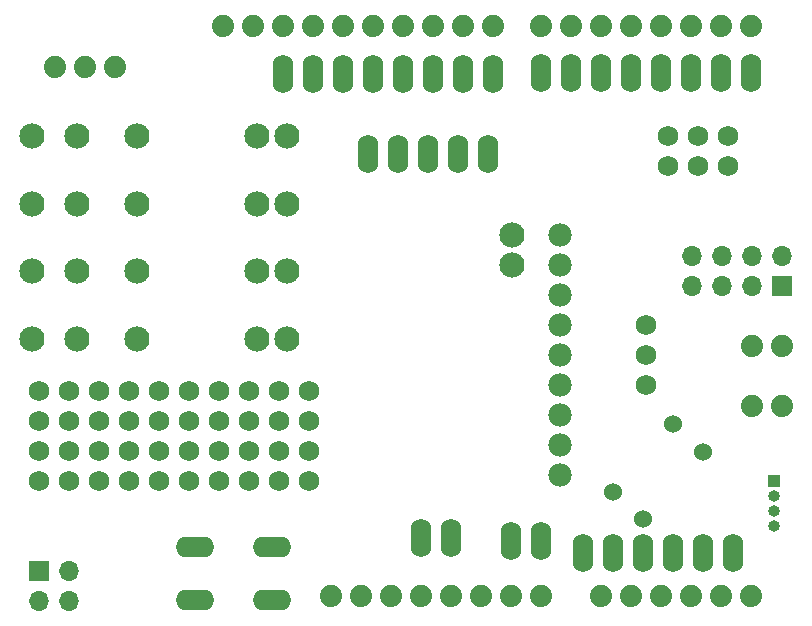
<source format=gbr>
%TF.GenerationSoftware,KiCad,Pcbnew,(5.1.10)-1*%
%TF.CreationDate,2023-04-28T17:41:45-04:00*%
%TF.ProjectId,Arduino_shield,41726475-696e-46f5-9f73-6869656c642e,rev?*%
%TF.SameCoordinates,Original*%
%TF.FileFunction,Soldermask,Bot*%
%TF.FilePolarity,Negative*%
%FSLAX46Y46*%
G04 Gerber Fmt 4.6, Leading zero omitted, Abs format (unit mm)*
G04 Created by KiCad (PCBNEW (5.1.10)-1) date 2023-04-28 17:41:45*
%MOMM*%
%LPD*%
G01*
G04 APERTURE LIST*
%ADD10C,1.879600*%
%ADD11C,1.981200*%
%ADD12C,2.133600*%
%ADD13C,1.727200*%
%ADD14O,1.727200X3.251200*%
%ADD15C,1.524000*%
%ADD16O,3.251200X1.727200*%
%ADD17R,1.700000X1.700000*%
%ADD18O,1.700000X1.700000*%
%ADD19R,1.000000X1.000000*%
%ADD20O,1.000000X1.000000*%
G04 APERTURE END LIST*
D10*
%TO.C,U1*%
X142151100Y-129133600D03*
X144691100Y-129133600D03*
X133007100Y-80873600D03*
X135547100Y-80873600D03*
X147231100Y-129133600D03*
X149771100Y-129133600D03*
X152311100Y-129133600D03*
X154851100Y-129133600D03*
X157391100Y-129133600D03*
X159931100Y-129133600D03*
X177711100Y-129133600D03*
X175171100Y-129133600D03*
X172631100Y-129133600D03*
X170091100Y-129133600D03*
X167551100Y-129133600D03*
X138087100Y-80873600D03*
X140627100Y-80873600D03*
X143167100Y-80873600D03*
X145707100Y-80873600D03*
X148247100Y-80873600D03*
X150787100Y-80873600D03*
X153327100Y-80873600D03*
X155867100Y-80873600D03*
X159931100Y-80873600D03*
X162471100Y-80873600D03*
X165011100Y-80873600D03*
X177711100Y-80873600D03*
X175171100Y-80873600D03*
X172631100Y-80873600D03*
X170091100Y-80873600D03*
X165011100Y-129133600D03*
X167551100Y-80873600D03*
%TD*%
D11*
%TO.C,DRIVER1*%
X161582100Y-98526600D03*
X161582100Y-101066600D03*
X161582100Y-103606600D03*
X161582100Y-106146600D03*
X161582100Y-108686600D03*
X161582100Y-111226600D03*
X161582100Y-113766600D03*
X161582100Y-116306600D03*
X161582100Y-118846600D03*
%TD*%
D12*
%TO.C,VALVE1*%
X157480000Y-101066600D03*
%TD*%
%TO.C,SOLENOID1*%
X157480000Y-98526600D03*
%TD*%
D13*
%TO.C,SENSOR1*%
X168821100Y-111226600D03*
X168821100Y-108686600D03*
X168821100Y-106146600D03*
%TD*%
D10*
%TO.C,LED1*%
X180340000Y-107950000D03*
X177800000Y-107950000D03*
%TD*%
%TO.C,LED2*%
X180340000Y-113030000D03*
X177800000Y-113030000D03*
%TD*%
D14*
%TO.C,ENCODER1*%
X145326100Y-91668600D03*
X147866100Y-91668600D03*
X150406100Y-91668600D03*
X152946100Y-91668600D03*
X155486100Y-91668600D03*
%TD*%
%TO.C,JP7*%
X159931100Y-84810600D03*
X162471100Y-84810600D03*
X165011100Y-84810600D03*
X167551100Y-84810600D03*
X170091100Y-84810600D03*
X172631100Y-84810600D03*
X175171100Y-84810600D03*
X177711100Y-84810600D03*
%TD*%
%TO.C,JP9*%
X149771100Y-124180600D03*
X152311100Y-124180600D03*
%TD*%
%TO.C,JP10*%
X157391100Y-124434600D03*
X159931100Y-124434600D03*
%TD*%
%TO.C,JP8*%
X138087100Y-84937600D03*
X140627100Y-84937600D03*
X143167100Y-84937600D03*
X145707100Y-84937600D03*
X148247100Y-84937600D03*
X150787100Y-84937600D03*
X153327100Y-84937600D03*
X155867100Y-84937600D03*
%TD*%
%TO.C,JP11*%
X176187100Y-125450600D03*
X173647100Y-125450600D03*
X171107100Y-125450600D03*
X168567100Y-125450600D03*
X166027100Y-125450600D03*
X163487100Y-125450600D03*
%TD*%
D13*
%TO.C,JP17*%
X140335000Y-111760000D03*
X140335000Y-114300000D03*
X137795000Y-111760000D03*
X137795000Y-114300000D03*
X135255000Y-111760000D03*
X135255000Y-114300000D03*
X132715000Y-111760000D03*
X132715000Y-114300000D03*
X130175000Y-111760000D03*
X130175000Y-114300000D03*
X127635000Y-111760000D03*
X127635000Y-114300000D03*
X125095000Y-111760000D03*
X125095000Y-114300000D03*
X122555000Y-111760000D03*
X122555000Y-114300000D03*
X120015000Y-111760000D03*
X120015000Y-114300000D03*
X117475000Y-111760000D03*
X117475000Y-114300000D03*
%TD*%
%TO.C,JP19*%
X175806100Y-90144600D03*
X175806100Y-92684600D03*
X173266100Y-90144600D03*
X173266100Y-92684600D03*
X170726100Y-90144600D03*
X170726100Y-92684600D03*
%TD*%
D15*
%TO.C,R1*%
X166047502Y-120307523D03*
X171086698Y-114591677D03*
%TD*%
%TO.C,R2*%
X168567611Y-122575864D03*
X173646589Y-116895336D03*
%TD*%
D10*
%TO.C,S1*%
X118783100Y-84302600D03*
X123863100Y-84302600D03*
X121323100Y-84302600D03*
%TD*%
D16*
%TO.C,S2*%
X137160000Y-129489200D03*
X137160000Y-124968000D03*
X130657600Y-129489200D03*
X130657600Y-124968000D03*
%TD*%
D17*
%TO.C,J2*%
X180340000Y-102870000D03*
D18*
X180340000Y-100330000D03*
X177800000Y-102870000D03*
X177800000Y-100330000D03*
X175260000Y-102870000D03*
X175260000Y-100330000D03*
X172720000Y-102870000D03*
X172720000Y-100330000D03*
%TD*%
D12*
%TO.C,power relay*%
X120650000Y-90170000D03*
X125730000Y-90170000D03*
X135890000Y-90170000D03*
X138430000Y-90170000D03*
%TD*%
%TO.C,power relay*%
X138430000Y-101600000D03*
X135890000Y-101600000D03*
X125730000Y-101600000D03*
X120650000Y-101600000D03*
%TD*%
%TO.C,power relay*%
X120650000Y-107315000D03*
X125730000Y-107315000D03*
X135890000Y-107315000D03*
X138430000Y-107315000D03*
%TD*%
D13*
%TO.C,JP16*%
X140335000Y-116840000D03*
X140335000Y-119380000D03*
X137795000Y-116840000D03*
X137795000Y-119380000D03*
X135255000Y-116840000D03*
X135255000Y-119380000D03*
X132715000Y-116840000D03*
X132715000Y-119380000D03*
X130175000Y-116840000D03*
X130175000Y-119380000D03*
X127635000Y-116840000D03*
X127635000Y-119380000D03*
X125095000Y-116840000D03*
X125095000Y-119380000D03*
X122555000Y-116840000D03*
X122555000Y-119380000D03*
X120015000Y-116840000D03*
X120015000Y-119380000D03*
X117475000Y-116840000D03*
X117475000Y-119380000D03*
%TD*%
D12*
%TO.C,power relay*%
X138430000Y-95885000D03*
X135890000Y-95885000D03*
X125730000Y-95885000D03*
X120650000Y-95885000D03*
%TD*%
%TO.C,D9*%
X116840000Y-95885000D03*
%TD*%
%TO.C,D8*%
X116840000Y-90170000D03*
%TD*%
%TO.C,D11*%
X116840000Y-101600000D03*
%TD*%
%TO.C,D12*%
X116840000Y-107315000D03*
%TD*%
D17*
%TO.C,vibra motor*%
X117475000Y-127000000D03*
D18*
X120015000Y-127000000D03*
X117475000Y-129540000D03*
X120015000Y-129540000D03*
%TD*%
D19*
%TO.C,J1*%
X179705000Y-119380000D03*
D20*
X179705000Y-120650000D03*
X179705000Y-121920000D03*
X179705000Y-123190000D03*
%TD*%
M02*

</source>
